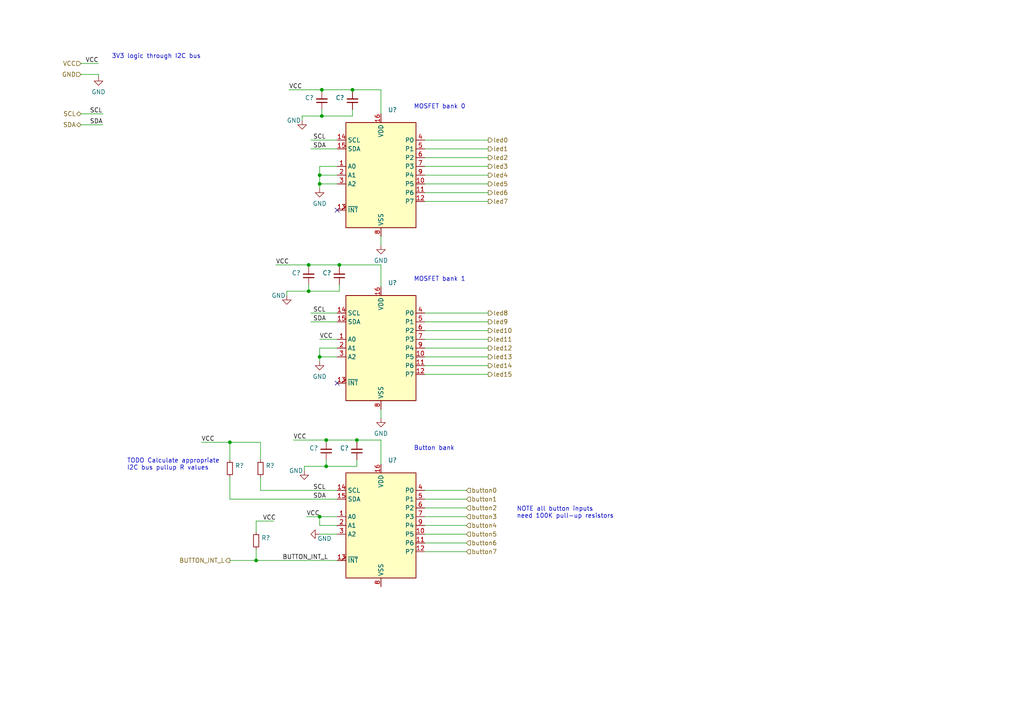
<source format=kicad_sch>
(kicad_sch (version 20211123) (generator eeschema)

  (uuid bf7e0133-7690-4f50-a07c-99b8ac72f43b)

  (paper "A4")

  (lib_symbols
    (symbol "Device:C_Small" (pin_numbers hide) (pin_names (offset 0.254) hide) (in_bom yes) (on_board yes)
      (property "Reference" "C" (id 0) (at 0.254 1.778 0)
        (effects (font (size 1.27 1.27)) (justify left))
      )
      (property "Value" "C_Small" (id 1) (at 0.254 -2.032 0)
        (effects (font (size 1.27 1.27)) (justify left))
      )
      (property "Footprint" "" (id 2) (at 0 0 0)
        (effects (font (size 1.27 1.27)) hide)
      )
      (property "Datasheet" "~" (id 3) (at 0 0 0)
        (effects (font (size 1.27 1.27)) hide)
      )
      (property "ki_keywords" "capacitor cap" (id 4) (at 0 0 0)
        (effects (font (size 1.27 1.27)) hide)
      )
      (property "ki_description" "Unpolarized capacitor, small symbol" (id 5) (at 0 0 0)
        (effects (font (size 1.27 1.27)) hide)
      )
      (property "ki_fp_filters" "C_*" (id 6) (at 0 0 0)
        (effects (font (size 1.27 1.27)) hide)
      )
      (symbol "C_Small_0_1"
        (polyline
          (pts
            (xy -1.524 -0.508)
            (xy 1.524 -0.508)
          )
          (stroke (width 0.3302) (type default) (color 0 0 0 0))
          (fill (type none))
        )
        (polyline
          (pts
            (xy -1.524 0.508)
            (xy 1.524 0.508)
          )
          (stroke (width 0.3048) (type default) (color 0 0 0 0))
          (fill (type none))
        )
      )
      (symbol "C_Small_1_1"
        (pin passive line (at 0 2.54 270) (length 2.032)
          (name "~" (effects (font (size 1.27 1.27))))
          (number "1" (effects (font (size 1.27 1.27))))
        )
        (pin passive line (at 0 -2.54 90) (length 2.032)
          (name "~" (effects (font (size 1.27 1.27))))
          (number "2" (effects (font (size 1.27 1.27))))
        )
      )
    )
    (symbol "Device:R_Small" (pin_numbers hide) (pin_names (offset 0.254) hide) (in_bom yes) (on_board yes)
      (property "Reference" "R" (id 0) (at 0.762 0.508 0)
        (effects (font (size 1.27 1.27)) (justify left))
      )
      (property "Value" "R_Small" (id 1) (at 0.762 -1.016 0)
        (effects (font (size 1.27 1.27)) (justify left))
      )
      (property "Footprint" "" (id 2) (at 0 0 0)
        (effects (font (size 1.27 1.27)) hide)
      )
      (property "Datasheet" "~" (id 3) (at 0 0 0)
        (effects (font (size 1.27 1.27)) hide)
      )
      (property "ki_keywords" "R resistor" (id 4) (at 0 0 0)
        (effects (font (size 1.27 1.27)) hide)
      )
      (property "ki_description" "Resistor, small symbol" (id 5) (at 0 0 0)
        (effects (font (size 1.27 1.27)) hide)
      )
      (property "ki_fp_filters" "R_*" (id 6) (at 0 0 0)
        (effects (font (size 1.27 1.27)) hide)
      )
      (symbol "R_Small_0_1"
        (rectangle (start -0.762 1.778) (end 0.762 -1.778)
          (stroke (width 0.2032) (type default) (color 0 0 0 0))
          (fill (type none))
        )
      )
      (symbol "R_Small_1_1"
        (pin passive line (at 0 2.54 270) (length 0.762)
          (name "~" (effects (font (size 1.27 1.27))))
          (number "1" (effects (font (size 1.27 1.27))))
        )
        (pin passive line (at 0 -2.54 90) (length 0.762)
          (name "~" (effects (font (size 1.27 1.27))))
          (number "2" (effects (font (size 1.27 1.27))))
        )
      )
    )
    (symbol "Interface_Expansion:PCF8574" (in_bom yes) (on_board yes)
      (property "Reference" "U" (id 0) (at -8.89 16.51 0)
        (effects (font (size 1.27 1.27)) (justify left))
      )
      (property "Value" "PCF8574" (id 1) (at 2.54 16.51 0)
        (effects (font (size 1.27 1.27)) (justify left))
      )
      (property "Footprint" "" (id 2) (at 0 0 0)
        (effects (font (size 1.27 1.27)) hide)
      )
      (property "Datasheet" "http://www.nxp.com/documents/data_sheet/PCF8574_PCF8574A.pdf" (id 3) (at 0 0 0)
        (effects (font (size 1.27 1.27)) hide)
      )
      (property "ki_keywords" "I2C Expander" (id 4) (at 0 0 0)
        (effects (font (size 1.27 1.27)) hide)
      )
      (property "ki_description" "8 Bit Port/Expander to I2C Bus, DIP/SOIC-16" (id 5) (at 0 0 0)
        (effects (font (size 1.27 1.27)) hide)
      )
      (property "ki_fp_filters" "DIP*W7.62mm* SOIC*7.5x10.3mm*P1.27mm*" (id 6) (at 0 0 0)
        (effects (font (size 1.27 1.27)) hide)
      )
      (symbol "PCF8574_0_1"
        (rectangle (start -10.16 15.24) (end 10.16 -15.24)
          (stroke (width 0.254) (type default) (color 0 0 0 0))
          (fill (type background))
        )
      )
      (symbol "PCF8574_1_1"
        (pin input line (at -12.7 2.54 0) (length 2.54)
          (name "A0" (effects (font (size 1.27 1.27))))
          (number "1" (effects (font (size 1.27 1.27))))
        )
        (pin bidirectional line (at 12.7 -2.54 180) (length 2.54)
          (name "P5" (effects (font (size 1.27 1.27))))
          (number "10" (effects (font (size 1.27 1.27))))
        )
        (pin bidirectional line (at 12.7 -5.08 180) (length 2.54)
          (name "P6" (effects (font (size 1.27 1.27))))
          (number "11" (effects (font (size 1.27 1.27))))
        )
        (pin bidirectional line (at 12.7 -7.62 180) (length 2.54)
          (name "P7" (effects (font (size 1.27 1.27))))
          (number "12" (effects (font (size 1.27 1.27))))
        )
        (pin open_collector output_low (at -12.7 -10.16 0) (length 2.54)
          (name "~{INT}" (effects (font (size 1.27 1.27))))
          (number "13" (effects (font (size 1.27 1.27))))
        )
        (pin input line (at -12.7 10.16 0) (length 2.54)
          (name "SCL" (effects (font (size 1.27 1.27))))
          (number "14" (effects (font (size 1.27 1.27))))
        )
        (pin bidirectional line (at -12.7 7.62 0) (length 2.54)
          (name "SDA" (effects (font (size 1.27 1.27))))
          (number "15" (effects (font (size 1.27 1.27))))
        )
        (pin power_in line (at 0 17.78 270) (length 2.54)
          (name "VDD" (effects (font (size 1.27 1.27))))
          (number "16" (effects (font (size 1.27 1.27))))
        )
        (pin input line (at -12.7 0 0) (length 2.54)
          (name "A1" (effects (font (size 1.27 1.27))))
          (number "2" (effects (font (size 1.27 1.27))))
        )
        (pin input line (at -12.7 -2.54 0) (length 2.54)
          (name "A2" (effects (font (size 1.27 1.27))))
          (number "3" (effects (font (size 1.27 1.27))))
        )
        (pin bidirectional line (at 12.7 10.16 180) (length 2.54)
          (name "P0" (effects (font (size 1.27 1.27))))
          (number "4" (effects (font (size 1.27 1.27))))
        )
        (pin bidirectional line (at 12.7 7.62 180) (length 2.54)
          (name "P1" (effects (font (size 1.27 1.27))))
          (number "5" (effects (font (size 1.27 1.27))))
        )
        (pin bidirectional line (at 12.7 5.08 180) (length 2.54)
          (name "P2" (effects (font (size 1.27 1.27))))
          (number "6" (effects (font (size 1.27 1.27))))
        )
        (pin bidirectional line (at 12.7 2.54 180) (length 2.54)
          (name "P3" (effects (font (size 1.27 1.27))))
          (number "7" (effects (font (size 1.27 1.27))))
        )
        (pin power_in line (at 0 -17.78 90) (length 2.54)
          (name "VSS" (effects (font (size 1.27 1.27))))
          (number "8" (effects (font (size 1.27 1.27))))
        )
        (pin bidirectional line (at 12.7 0 180) (length 2.54)
          (name "P4" (effects (font (size 1.27 1.27))))
          (number "9" (effects (font (size 1.27 1.27))))
        )
      )
    )
    (symbol "power:GND" (power) (pin_names (offset 0)) (in_bom yes) (on_board yes)
      (property "Reference" "#PWR" (id 0) (at 0 -6.35 0)
        (effects (font (size 1.27 1.27)) hide)
      )
      (property "Value" "GND" (id 1) (at 0 -3.81 0)
        (effects (font (size 1.27 1.27)))
      )
      (property "Footprint" "" (id 2) (at 0 0 0)
        (effects (font (size 1.27 1.27)) hide)
      )
      (property "Datasheet" "" (id 3) (at 0 0 0)
        (effects (font (size 1.27 1.27)) hide)
      )
      (property "ki_keywords" "power-flag" (id 4) (at 0 0 0)
        (effects (font (size 1.27 1.27)) hide)
      )
      (property "ki_description" "Power symbol creates a global label with name \"GND\" , ground" (id 5) (at 0 0 0)
        (effects (font (size 1.27 1.27)) hide)
      )
      (symbol "GND_0_1"
        (polyline
          (pts
            (xy 0 0)
            (xy 0 -1.27)
            (xy 1.27 -1.27)
            (xy 0 -2.54)
            (xy -1.27 -1.27)
            (xy 0 -1.27)
          )
          (stroke (width 0) (type default) (color 0 0 0 0))
          (fill (type none))
        )
      )
      (symbol "GND_1_1"
        (pin power_in line (at 0 0 270) (length 0) hide
          (name "GND" (effects (font (size 1.27 1.27))))
          (number "1" (effects (font (size 1.27 1.27))))
        )
      )
    )
  )

  (junction (at 93.345 33.655) (diameter 0) (color 0 0 0 0)
    (uuid 03e47889-1a41-4933-9a45-09088a98a78a)
  )
  (junction (at 103.505 127.635) (diameter 0) (color 0 0 0 0)
    (uuid 1b546be3-4f37-48c6-9498-8037a5146ebe)
  )
  (junction (at 92.71 53.34) (diameter 0) (color 0 0 0 0)
    (uuid 23a19cb7-de20-4616-baaa-9e33b99071df)
  )
  (junction (at 94.615 127.635) (diameter 0) (color 0 0 0 0)
    (uuid 28a2b624-5f38-4c57-9c77-88683048412b)
  )
  (junction (at 102.235 26.035) (diameter 0) (color 0 0 0 0)
    (uuid 2d852ce6-c8cc-4b8e-9eaa-56cdfb2002c6)
  )
  (junction (at 66.675 128.27) (diameter 0) (color 0 0 0 0)
    (uuid 2dbc30b6-76f1-4290-95fa-eacb835ce017)
  )
  (junction (at 92.71 50.8) (diameter 0) (color 0 0 0 0)
    (uuid 364633ca-0044-4c03-b508-4d1760bf0c64)
  )
  (junction (at 98.425 76.835) (diameter 0) (color 0 0 0 0)
    (uuid 76dce7f8-4edc-4826-8ae7-e98d12f7c117)
  )
  (junction (at 93.345 26.035) (diameter 0) (color 0 0 0 0)
    (uuid b2406781-328c-4429-8485-353ef476a1b3)
  )
  (junction (at 92.71 149.86) (diameter 0) (color 0 0 0 0)
    (uuid cd2aa0a6-3f81-4f2a-94ee-fb6013fa9a69)
  )
  (junction (at 74.295 162.56) (diameter 0) (color 0 0 0 0)
    (uuid eaae07ec-4860-4d24-8693-ca8b268fd3cf)
  )
  (junction (at 89.535 76.835) (diameter 0) (color 0 0 0 0)
    (uuid ef2df514-28cd-4e91-bc9a-b3af3af7a683)
  )
  (junction (at 94.615 135.255) (diameter 0) (color 0 0 0 0)
    (uuid f9f01329-5232-4aab-84ab-394dbb738fe6)
  )
  (junction (at 89.535 84.455) (diameter 0) (color 0 0 0 0)
    (uuid fa4a84c8-bad3-4f35-ade0-e2bd595b59b2)
  )
  (junction (at 92.71 103.505) (diameter 0) (color 0 0 0 0)
    (uuid fdc562cc-19e4-4812-b685-51f4ce813075)
  )

  (no_connect (at 97.79 111.125) (uuid c4977091-be42-4b2b-8684-2c815039992a))
  (no_connect (at 97.79 60.96) (uuid c4977091-be42-4b2b-8684-2c815039992a))

  (wire (pts (xy 103.505 133.35) (xy 103.505 135.255))
    (stroke (width 0) (type default) (color 0 0 0 0))
    (uuid 085e7517-73e5-4589-b4b5-f392d0da6320)
  )
  (wire (pts (xy 98.425 76.835) (xy 110.49 76.835))
    (stroke (width 0) (type default) (color 0 0 0 0))
    (uuid 0d57ce49-3566-474a-ace0-b461dcb17393)
  )
  (wire (pts (xy 123.19 53.34) (xy 141.605 53.34))
    (stroke (width 0) (type default) (color 0 0 0 0))
    (uuid 0ec4b0bb-d365-455b-a1bf-a5b00985f335)
  )
  (wire (pts (xy 93.345 33.655) (xy 102.235 33.655))
    (stroke (width 0) (type default) (color 0 0 0 0))
    (uuid 0f5ec45d-9aa8-461d-bcdc-63856d797f4e)
  )
  (wire (pts (xy 74.295 159.385) (xy 74.295 162.56))
    (stroke (width 0) (type default) (color 0 0 0 0))
    (uuid 121252b1-aa29-464b-90df-7b8d9ece418c)
  )
  (wire (pts (xy 87.63 33.655) (xy 93.345 33.655))
    (stroke (width 0) (type default) (color 0 0 0 0))
    (uuid 133e1b96-d6ae-49af-9d77-ab1cd2f08ccd)
  )
  (wire (pts (xy 97.79 100.965) (xy 92.71 100.965))
    (stroke (width 0) (type default) (color 0 0 0 0))
    (uuid 18016300-2394-4819-aa2b-c7e5154999c8)
  )
  (wire (pts (xy 75.565 142.24) (xy 75.565 138.43))
    (stroke (width 0) (type default) (color 0 0 0 0))
    (uuid 1c77e4ca-a605-42e0-8174-697b4ff7329b)
  )
  (wire (pts (xy 97.79 48.26) (xy 92.71 48.26))
    (stroke (width 0) (type default) (color 0 0 0 0))
    (uuid 1d48a335-1760-40e8-acc8-12ea739b6112)
  )
  (wire (pts (xy 92.71 100.965) (xy 92.71 103.505))
    (stroke (width 0) (type default) (color 0 0 0 0))
    (uuid 1ed744a0-97f1-4c55-8879-2fe5d45dd5c5)
  )
  (wire (pts (xy 92.71 54.61) (xy 92.71 53.34))
    (stroke (width 0) (type default) (color 0 0 0 0))
    (uuid 237f9ea8-bde2-484b-bdb2-5eb01024507d)
  )
  (wire (pts (xy 123.19 142.24) (xy 135.255 142.24))
    (stroke (width 0) (type default) (color 0 0 0 0))
    (uuid 24f0150b-965d-4486-9b5a-4dc387f7bfe2)
  )
  (wire (pts (xy 123.19 160.02) (xy 135.255 160.02))
    (stroke (width 0) (type default) (color 0 0 0 0))
    (uuid 2590062f-cfe1-49a9-b996-8a8f1a0edfe4)
  )
  (wire (pts (xy 141.605 58.42) (xy 123.19 58.42))
    (stroke (width 0) (type default) (color 0 0 0 0))
    (uuid 27d182fe-76b7-4e55-80ca-927054ff9f95)
  )
  (wire (pts (xy 90.17 90.805) (xy 97.79 90.805))
    (stroke (width 0) (type default) (color 0 0 0 0))
    (uuid 2d1f6f50-9d0c-4e32-a715-50ae82f01aca)
  )
  (wire (pts (xy 103.505 127.635) (xy 110.49 127.635))
    (stroke (width 0) (type default) (color 0 0 0 0))
    (uuid 2ef8fabe-40f1-406c-92e7-e116fad7ae66)
  )
  (wire (pts (xy 79.375 151.13) (xy 74.295 151.13))
    (stroke (width 0) (type default) (color 0 0 0 0))
    (uuid 2f8ca4ed-a507-4158-83e0-3de761bf519e)
  )
  (wire (pts (xy 123.19 55.88) (xy 141.605 55.88))
    (stroke (width 0) (type default) (color 0 0 0 0))
    (uuid 346f5e95-2c4b-4e40-b862-518687165a6a)
  )
  (wire (pts (xy 123.19 152.4) (xy 135.255 152.4))
    (stroke (width 0) (type default) (color 0 0 0 0))
    (uuid 3491928f-369f-4dd5-97b9-009dcbc50832)
  )
  (wire (pts (xy 89.535 84.455) (xy 98.425 84.455))
    (stroke (width 0) (type default) (color 0 0 0 0))
    (uuid 35ba9c19-5dcf-4dcb-95b9-543bc5cf09e5)
  )
  (wire (pts (xy 85.09 127.635) (xy 94.615 127.635))
    (stroke (width 0) (type default) (color 0 0 0 0))
    (uuid 35bce336-89c0-4ffe-8d72-8db711c747b4)
  )
  (wire (pts (xy 83.185 84.455) (xy 83.185 85.725))
    (stroke (width 0) (type default) (color 0 0 0 0))
    (uuid 36a1dd60-c81c-434b-b483-a424a63eaf7b)
  )
  (wire (pts (xy 88.265 135.255) (xy 94.615 135.255))
    (stroke (width 0) (type default) (color 0 0 0 0))
    (uuid 3826c4cb-3454-4ed6-b492-4d7d64fc7b47)
  )
  (wire (pts (xy 92.71 104.775) (xy 92.71 103.505))
    (stroke (width 0) (type default) (color 0 0 0 0))
    (uuid 399eb5a2-eaab-436b-ab67-7f9156c4b5fa)
  )
  (wire (pts (xy 102.235 26.035) (xy 102.235 26.67))
    (stroke (width 0) (type default) (color 0 0 0 0))
    (uuid 3f866a47-3e74-48e3-9c04-e12468bf4fc0)
  )
  (wire (pts (xy 93.345 31.75) (xy 93.345 33.655))
    (stroke (width 0) (type default) (color 0 0 0 0))
    (uuid 424afd1f-ac99-48fe-b383-70b31c638da9)
  )
  (wire (pts (xy 66.675 128.27) (xy 66.675 133.35))
    (stroke (width 0) (type default) (color 0 0 0 0))
    (uuid 4283db7f-ccc1-4327-8904-4cff86cb34b8)
  )
  (wire (pts (xy 103.505 127.635) (xy 103.505 128.27))
    (stroke (width 0) (type default) (color 0 0 0 0))
    (uuid 45de8ac9-43e5-4734-a7e6-ba6ce62bc087)
  )
  (wire (pts (xy 23.495 33.02) (xy 29.845 33.02))
    (stroke (width 0) (type default) (color 0 0 0 0))
    (uuid 4676b21e-0948-4d77-bb81-6a80f67aeb1f)
  )
  (wire (pts (xy 23.495 18.415) (xy 28.575 18.415))
    (stroke (width 0) (type default) (color 0 0 0 0))
    (uuid 46d34e14-0789-4a97-950d-cbd2aaa54661)
  )
  (wire (pts (xy 66.675 128.27) (xy 75.565 128.27))
    (stroke (width 0) (type default) (color 0 0 0 0))
    (uuid 4932d284-d61c-443a-91d1-6ce7a9a95ac7)
  )
  (wire (pts (xy 97.79 152.4) (xy 92.71 152.4))
    (stroke (width 0) (type default) (color 0 0 0 0))
    (uuid 4c231b15-5928-4251-a645-61eb4bf7d86b)
  )
  (wire (pts (xy 92.71 103.505) (xy 97.79 103.505))
    (stroke (width 0) (type default) (color 0 0 0 0))
    (uuid 4cfc9488-5bff-47a5-ab7c-a900eeb567c1)
  )
  (wire (pts (xy 123.19 157.48) (xy 135.255 157.48))
    (stroke (width 0) (type default) (color 0 0 0 0))
    (uuid 508f27c9-c621-4e9e-b242-f1f4eebb2d68)
  )
  (wire (pts (xy 80.01 76.835) (xy 89.535 76.835))
    (stroke (width 0) (type default) (color 0 0 0 0))
    (uuid 546e45d9-a236-475f-8148-6c7548b1fccb)
  )
  (wire (pts (xy 87.63 33.655) (xy 87.63 34.925))
    (stroke (width 0) (type default) (color 0 0 0 0))
    (uuid 59d22455-50da-46ef-a61c-6fefdcb5e349)
  )
  (wire (pts (xy 110.49 127.635) (xy 110.49 134.62))
    (stroke (width 0) (type default) (color 0 0 0 0))
    (uuid 59d26190-41f1-4ede-8ad3-bbdc72f6c243)
  )
  (wire (pts (xy 58.42 128.27) (xy 66.675 128.27))
    (stroke (width 0) (type default) (color 0 0 0 0))
    (uuid 5e2eb430-d735-40c8-a6d6-00f178f5d886)
  )
  (wire (pts (xy 75.565 142.24) (xy 97.79 142.24))
    (stroke (width 0) (type default) (color 0 0 0 0))
    (uuid 5f3b615a-1a10-4cb8-9129-9e2d09bacb20)
  )
  (wire (pts (xy 123.19 144.78) (xy 135.255 144.78))
    (stroke (width 0) (type default) (color 0 0 0 0))
    (uuid 6093e308-4553-41bb-ae55-8e8aab4080cf)
  )
  (wire (pts (xy 92.71 53.34) (xy 97.79 53.34))
    (stroke (width 0) (type default) (color 0 0 0 0))
    (uuid 65a24ef4-6a91-4ca8-865a-c38b141b91c3)
  )
  (wire (pts (xy 66.675 162.56) (xy 74.295 162.56))
    (stroke (width 0) (type default) (color 0 0 0 0))
    (uuid 65d53fbf-9793-478b-b471-9daa7c5c9688)
  )
  (wire (pts (xy 123.19 48.26) (xy 141.605 48.26))
    (stroke (width 0) (type default) (color 0 0 0 0))
    (uuid 6689c72d-6210-4d74-aa57-b1fa57eb15d4)
  )
  (wire (pts (xy 90.17 43.18) (xy 97.79 43.18))
    (stroke (width 0) (type default) (color 0 0 0 0))
    (uuid 67c4af7f-6b56-4334-838e-05c2d7c797a2)
  )
  (wire (pts (xy 93.345 26.035) (xy 102.235 26.035))
    (stroke (width 0) (type default) (color 0 0 0 0))
    (uuid 6e358277-1f7f-4dcc-b165-2dfcbfaaa6d0)
  )
  (wire (pts (xy 23.495 21.59) (xy 28.575 21.59))
    (stroke (width 0) (type default) (color 0 0 0 0))
    (uuid 6ffed8f7-8849-4e06-85c6-c2ac7e9c5d51)
  )
  (wire (pts (xy 123.19 106.045) (xy 141.605 106.045))
    (stroke (width 0) (type default) (color 0 0 0 0))
    (uuid 72552fc2-392e-4373-ba58-da82bccf5148)
  )
  (wire (pts (xy 94.615 133.35) (xy 94.615 135.255))
    (stroke (width 0) (type default) (color 0 0 0 0))
    (uuid 727f8e06-271b-4f25-93d8-b60201825642)
  )
  (wire (pts (xy 98.425 76.835) (xy 98.425 77.47))
    (stroke (width 0) (type default) (color 0 0 0 0))
    (uuid 79442df7-e544-47f3-b999-3ffef5b4bea6)
  )
  (wire (pts (xy 123.19 147.32) (xy 135.255 147.32))
    (stroke (width 0) (type default) (color 0 0 0 0))
    (uuid 7f45da96-fcad-4e8d-8a7d-055067b39ccc)
  )
  (wire (pts (xy 123.19 98.425) (xy 141.605 98.425))
    (stroke (width 0) (type default) (color 0 0 0 0))
    (uuid 8158aa9c-5f00-431d-8213-024fceb2bf1c)
  )
  (wire (pts (xy 141.605 108.585) (xy 123.19 108.585))
    (stroke (width 0) (type default) (color 0 0 0 0))
    (uuid 84328163-c557-44c7-bac3-9059f3a2741d)
  )
  (wire (pts (xy 89.535 76.835) (xy 98.425 76.835))
    (stroke (width 0) (type default) (color 0 0 0 0))
    (uuid 8d0ca6ba-41b8-4ed2-8320-05ecb77a80b3)
  )
  (wire (pts (xy 123.19 40.64) (xy 141.605 40.64))
    (stroke (width 0) (type default) (color 0 0 0 0))
    (uuid 8e04f980-3336-45d2-a4a1-0e56adf0a51d)
  )
  (wire (pts (xy 90.17 40.64) (xy 97.79 40.64))
    (stroke (width 0) (type default) (color 0 0 0 0))
    (uuid 8fdd6fdc-106c-4ce4-ab33-6029228dde79)
  )
  (wire (pts (xy 88.265 135.255) (xy 88.265 136.525))
    (stroke (width 0) (type default) (color 0 0 0 0))
    (uuid 904bdc0e-1027-4239-b1e6-3b01fb59ed1a)
  )
  (wire (pts (xy 92.71 149.86) (xy 97.79 149.86))
    (stroke (width 0) (type default) (color 0 0 0 0))
    (uuid 90abf458-44c8-4126-b005-dfb3faa35651)
  )
  (wire (pts (xy 94.615 135.255) (xy 103.505 135.255))
    (stroke (width 0) (type default) (color 0 0 0 0))
    (uuid 90dfc538-ed5c-47c1-8f6d-332d62140120)
  )
  (wire (pts (xy 66.675 144.78) (xy 97.79 144.78))
    (stroke (width 0) (type default) (color 0 0 0 0))
    (uuid 93c3f244-4001-4739-8f7b-2fe3560f4802)
  )
  (wire (pts (xy 123.19 93.345) (xy 141.605 93.345))
    (stroke (width 0) (type default) (color 0 0 0 0))
    (uuid 94937b27-a161-4c0b-8ed6-4f10524ff081)
  )
  (wire (pts (xy 74.295 162.56) (xy 97.79 162.56))
    (stroke (width 0) (type default) (color 0 0 0 0))
    (uuid 94cac9e8-39ed-4f75-86b9-fbce16c2a5c2)
  )
  (wire (pts (xy 83.82 26.035) (xy 93.345 26.035))
    (stroke (width 0) (type default) (color 0 0 0 0))
    (uuid 979b55a8-ab21-4e6f-80b6-b911e35f567e)
  )
  (wire (pts (xy 110.49 76.835) (xy 110.49 83.185))
    (stroke (width 0) (type default) (color 0 0 0 0))
    (uuid 9965095c-77af-441c-8208-ed84e346180c)
  )
  (wire (pts (xy 102.235 26.035) (xy 110.49 26.035))
    (stroke (width 0) (type default) (color 0 0 0 0))
    (uuid 9ab8e7a0-b184-4d76-bb45-4679e2998c1e)
  )
  (wire (pts (xy 89.535 76.835) (xy 89.535 77.47))
    (stroke (width 0) (type default) (color 0 0 0 0))
    (uuid 9eef8836-42fe-413c-a780-d65e8b17e6c9)
  )
  (wire (pts (xy 75.565 128.27) (xy 75.565 133.35))
    (stroke (width 0) (type default) (color 0 0 0 0))
    (uuid a2423d51-6d0b-4ac9-9676-8364fa32f336)
  )
  (wire (pts (xy 89.535 82.55) (xy 89.535 84.455))
    (stroke (width 0) (type default) (color 0 0 0 0))
    (uuid ad25f83e-3294-408b-84af-420c87223380)
  )
  (wire (pts (xy 94.615 127.635) (xy 94.615 128.27))
    (stroke (width 0) (type default) (color 0 0 0 0))
    (uuid b515d5a8-f1ae-43bc-8963-cfcc93eb7fe8)
  )
  (wire (pts (xy 92.71 50.8) (xy 92.71 53.34))
    (stroke (width 0) (type default) (color 0 0 0 0))
    (uuid b9ec1374-08e2-4682-b435-4627dfd568d7)
  )
  (wire (pts (xy 123.19 43.18) (xy 141.605 43.18))
    (stroke (width 0) (type default) (color 0 0 0 0))
    (uuid bac860a7-86b4-458f-a87c-371328393c3d)
  )
  (wire (pts (xy 123.19 149.86) (xy 135.255 149.86))
    (stroke (width 0) (type default) (color 0 0 0 0))
    (uuid bc4890c4-40d8-4484-bf78-95c938ad061f)
  )
  (wire (pts (xy 102.235 31.75) (xy 102.235 33.655))
    (stroke (width 0) (type default) (color 0 0 0 0))
    (uuid bca66f8e-2022-4b17-a632-9cbaa9582724)
  )
  (wire (pts (xy 123.19 100.965) (xy 141.605 100.965))
    (stroke (width 0) (type default) (color 0 0 0 0))
    (uuid bfbb9c79-7870-40ba-8c17-0940b888685a)
  )
  (wire (pts (xy 28.575 21.59) (xy 28.575 22.225))
    (stroke (width 0) (type default) (color 0 0 0 0))
    (uuid c165f76c-2cd7-4814-9c24-7be399cdb2ed)
  )
  (wire (pts (xy 98.425 82.55) (xy 98.425 84.455))
    (stroke (width 0) (type default) (color 0 0 0 0))
    (uuid c7721862-b56e-491f-9580-28677b011dcd)
  )
  (wire (pts (xy 66.675 144.78) (xy 66.675 138.43))
    (stroke (width 0) (type default) (color 0 0 0 0))
    (uuid c78e4cbc-087f-4876-9bbe-2a8c0acc6ce7)
  )
  (wire (pts (xy 92.71 48.26) (xy 92.71 50.8))
    (stroke (width 0) (type default) (color 0 0 0 0))
    (uuid c906ee4b-9aba-4f0f-be6c-e22c0062ee60)
  )
  (wire (pts (xy 90.17 93.345) (xy 97.79 93.345))
    (stroke (width 0) (type default) (color 0 0 0 0))
    (uuid ca6f7a87-87c4-4d42-8490-fa19df869e17)
  )
  (wire (pts (xy 88.9 149.86) (xy 92.71 149.86))
    (stroke (width 0) (type default) (color 0 0 0 0))
    (uuid cacd1f31-4ae2-42b4-bc19-9c2b1b9c56f4)
  )
  (wire (pts (xy 110.49 26.035) (xy 110.49 33.02))
    (stroke (width 0) (type default) (color 0 0 0 0))
    (uuid cdc8fe9d-65f8-4618-acda-ead1a09737a1)
  )
  (wire (pts (xy 94.615 127.635) (xy 103.505 127.635))
    (stroke (width 0) (type default) (color 0 0 0 0))
    (uuid cffa9a36-1d04-48c7-98ca-ba65c440a6c8)
  )
  (wire (pts (xy 123.19 45.72) (xy 141.605 45.72))
    (stroke (width 0) (type default) (color 0 0 0 0))
    (uuid d1a5b100-3a01-4a5b-afbf-31e56f4fa438)
  )
  (wire (pts (xy 110.49 118.745) (xy 110.49 121.285))
    (stroke (width 0) (type default) (color 0 0 0 0))
    (uuid d75590ca-ccac-4d90-b854-16429a0fb69f)
  )
  (wire (pts (xy 123.19 95.885) (xy 141.605 95.885))
    (stroke (width 0) (type default) (color 0 0 0 0))
    (uuid dce1641b-359f-45a3-859a-969772834f5f)
  )
  (wire (pts (xy 23.495 36.195) (xy 29.845 36.195))
    (stroke (width 0) (type default) (color 0 0 0 0))
    (uuid dfbcd849-a53d-4f15-b4ba-a3c8328abff9)
  )
  (wire (pts (xy 110.49 68.58) (xy 110.49 71.12))
    (stroke (width 0) (type default) (color 0 0 0 0))
    (uuid e081d0cc-712b-4e8f-b2ca-6fa44f6b724b)
  )
  (wire (pts (xy 74.295 151.13) (xy 74.295 154.305))
    (stroke (width 0) (type default) (color 0 0 0 0))
    (uuid e09f8485-8119-4b55-a2f9-f98b5bf64277)
  )
  (wire (pts (xy 123.19 50.8) (xy 141.605 50.8))
    (stroke (width 0) (type default) (color 0 0 0 0))
    (uuid e626ea68-ae10-4eb9-b1c7-6a8816ddd2a2)
  )
  (wire (pts (xy 123.19 154.94) (xy 135.255 154.94))
    (stroke (width 0) (type default) (color 0 0 0 0))
    (uuid e9465262-20d2-4d10-9223-123a44df6ba5)
  )
  (wire (pts (xy 83.185 84.455) (xy 89.535 84.455))
    (stroke (width 0) (type default) (color 0 0 0 0))
    (uuid ecb21623-3438-4012-b97b-e8b64376c2c9)
  )
  (wire (pts (xy 97.79 50.8) (xy 92.71 50.8))
    (stroke (width 0) (type default) (color 0 0 0 0))
    (uuid ecc9070e-f9f1-4d0e-b869-907bc2b3009b)
  )
  (wire (pts (xy 92.71 154.94) (xy 97.79 154.94))
    (stroke (width 0) (type default) (color 0 0 0 0))
    (uuid ed532dd2-afef-4246-bfcc-dede8d020be1)
  )
  (wire (pts (xy 123.19 103.505) (xy 141.605 103.505))
    (stroke (width 0) (type default) (color 0 0 0 0))
    (uuid efb4e5df-6f48-4eec-9e1f-89ce717542b0)
  )
  (wire (pts (xy 123.19 90.805) (xy 141.605 90.805))
    (stroke (width 0) (type default) (color 0 0 0 0))
    (uuid f74045cc-14fb-41de-b8c4-503815fc839f)
  )
  (wire (pts (xy 92.71 149.86) (xy 92.71 152.4))
    (stroke (width 0) (type default) (color 0 0 0 0))
    (uuid f91045cb-2dbc-4e77-aaa4-b17ef9f3de9d)
  )
  (wire (pts (xy 93.345 26.035) (xy 93.345 26.67))
    (stroke (width 0) (type default) (color 0 0 0 0))
    (uuid fd7d7bfe-2591-4b73-a920-6e8a3c8af930)
  )
  (wire (pts (xy 92.71 98.425) (xy 97.79 98.425))
    (stroke (width 0) (type default) (color 0 0 0 0))
    (uuid fdcaea8c-b695-4fc3-8c02-2f7ad64c3fcd)
  )

  (text "TODO Calculate appropriate\nI2C bus pullup R values"
    (at 36.83 136.525 0)
    (effects (font (size 1.27 1.27)) (justify left bottom))
    (uuid 1865228d-c433-40c0-95c7-f9781931dea4)
  )
  (text "MOSFET bank 1\n\n" (at 120.015 83.82 0)
    (effects (font (size 1.27 1.27)) (justify left bottom))
    (uuid 1d88d69a-6fa4-40b0-a87d-a535dc6bae24)
  )
  (text "MOSFET bank 0\n" (at 120.015 31.75 0)
    (effects (font (size 1.27 1.27)) (justify left bottom))
    (uuid 3edc3db2-f394-4f34-802e-52948103df87)
  )
  (text "Button bank" (at 120.015 130.81 0)
    (effects (font (size 1.27 1.27)) (justify left bottom))
    (uuid 6600e365-dd16-4956-b9ae-a3c644eab33e)
  )
  (text "3V3 logic through I2C bus" (at 32.385 17.145 0)
    (effects (font (size 1.27 1.27)) (justify left bottom))
    (uuid 71ea8f5b-206e-4c4f-b295-8681574bc235)
  )
  (text "NOTE all button inputs\nneed 100K pull-up resistors"
    (at 149.86 150.495 0)
    (effects (font (size 1.27 1.27)) (justify left bottom))
    (uuid 89709bf8-7895-453c-868b-426a8bc8cc7c)
  )

  (label "SCL" (at 90.805 40.64 0)
    (effects (font (size 1.27 1.27)) (justify left bottom))
    (uuid 04506ede-ba41-40f3-854e-3facacb17fc0)
  )
  (label "SDA" (at 26.035 36.195 0)
    (effects (font (size 1.27 1.27)) (justify left bottom))
    (uuid 05074dc7-54f8-4980-9951-14ff5e2b5f38)
  )
  (label "SDA" (at 90.805 144.78 0)
    (effects (font (size 1.27 1.27)) (justify left bottom))
    (uuid 098dda75-150a-4d6e-b2e1-3cd6c507c8a8)
  )
  (label "VCC" (at 80.01 76.835 0)
    (effects (font (size 1.27 1.27)) (justify left bottom))
    (uuid 0c60f449-140d-4cf6-8a03-6a88ce10cb07)
  )
  (label "SCL" (at 90.805 90.805 0)
    (effects (font (size 1.27 1.27)) (justify left bottom))
    (uuid 10d8db66-ffb8-436c-b6fb-12c32d7282f2)
  )
  (label "SDA" (at 90.805 93.345 0)
    (effects (font (size 1.27 1.27)) (justify left bottom))
    (uuid 1bff3c97-4980-4d43-9c84-f30e24f8a0b0)
  )
  (label "SCL" (at 90.805 142.24 0)
    (effects (font (size 1.27 1.27)) (justify left bottom))
    (uuid 2dd82908-c239-44f5-a482-99dfd276d640)
  )
  (label "SCL" (at 26.035 33.02 0)
    (effects (font (size 1.27 1.27)) (justify left bottom))
    (uuid 3a0cd434-ef24-4a9c-a558-5a996c9912e9)
  )
  (label "VCC" (at 83.82 26.035 0)
    (effects (font (size 1.27 1.27)) (justify left bottom))
    (uuid 6960e880-9d49-4356-b33e-f5b725ff759f)
  )
  (label "BUTTON_INT_L" (at 81.915 162.56 0)
    (effects (font (size 1.27 1.27)) (justify left bottom))
    (uuid 831024af-45bf-494d-b4aa-ec45295c3079)
  )
  (label "VCC" (at 92.71 98.425 0)
    (effects (font (size 1.27 1.27)) (justify left bottom))
    (uuid 8a08abd1-7378-45cd-afae-c52548dc6f31)
  )
  (label "VCC" (at 88.9 149.86 0)
    (effects (font (size 1.27 1.27)) (justify left bottom))
    (uuid a9bfd8d1-0c85-475f-9661-525e77c7e68a)
  )
  (label "VCC" (at 76.2 151.13 0)
    (effects (font (size 1.27 1.27)) (justify left bottom))
    (uuid c7c5fe88-efd1-4e1f-8f85-61974daf38dc)
  )
  (label "VCC" (at 58.42 128.27 0)
    (effects (font (size 1.27 1.27)) (justify left bottom))
    (uuid cabf1dd4-9eeb-45ff-8336-f83a8a09e71a)
  )
  (label "SDA" (at 90.805 43.18 0)
    (effects (font (size 1.27 1.27)) (justify left bottom))
    (uuid e38438ec-d44a-47cc-824a-14bdbd6cebf3)
  )
  (label "VCC" (at 24.765 18.415 0)
    (effects (font (size 1.27 1.27)) (justify left bottom))
    (uuid e4727b05-60cb-49a3-b886-6b9a89df2274)
  )
  (label "VCC" (at 85.09 127.635 0)
    (effects (font (size 1.27 1.27)) (justify left bottom))
    (uuid f11e5819-7097-4e44-b07e-e21ea70ab57a)
  )

  (hierarchical_label "led1" (shape output) (at 141.605 43.18 0)
    (effects (font (size 1.27 1.27)) (justify left))
    (uuid 083923ab-7b97-4fd1-a7a9-4c336f0c6ec7)
  )
  (hierarchical_label "VCC" (shape input) (at 23.495 18.415 180)
    (effects (font (size 1.27 1.27)) (justify right))
    (uuid 11ce5dc5-d97a-4ef9-9550-64f7bfd8a3ae)
  )
  (hierarchical_label "led9" (shape output) (at 141.605 93.345 0)
    (effects (font (size 1.27 1.27)) (justify left))
    (uuid 12abfc9b-9eab-4148-903e-8920442dc8f8)
  )
  (hierarchical_label "led11" (shape output) (at 141.605 98.425 0)
    (effects (font (size 1.27 1.27)) (justify left))
    (uuid 19a1952e-a398-4d9f-9f8f-53e4e1cba014)
  )
  (hierarchical_label "led6" (shape output) (at 141.605 55.88 0)
    (effects (font (size 1.27 1.27)) (justify left))
    (uuid 23d04c3e-9393-4809-b734-869b7fc0ff97)
  )
  (hierarchical_label "button2" (shape input) (at 135.255 147.32 0)
    (effects (font (size 1.27 1.27)) (justify left))
    (uuid 270398a3-00de-4786-bb35-40eefd377278)
  )
  (hierarchical_label "button0" (shape input) (at 135.255 142.24 0)
    (effects (font (size 1.27 1.27)) (justify left))
    (uuid 275e2e03-0a9c-47b8-b2b4-b30a79634209)
  )
  (hierarchical_label "led4" (shape output) (at 141.605 50.8 0)
    (effects (font (size 1.27 1.27)) (justify left))
    (uuid 2993c269-693c-405b-9704-ed8bebb1db4e)
  )
  (hierarchical_label "SDA" (shape bidirectional) (at 23.495 36.195 180)
    (effects (font (size 1.27 1.27)) (justify right))
    (uuid 29e18c05-aebc-43ce-a3e3-a02b951adc4b)
  )
  (hierarchical_label "SCL" (shape bidirectional) (at 23.495 33.02 180)
    (effects (font (size 1.27 1.27)) (justify right))
    (uuid 2f917c96-ce82-445d-b2d7-546c66b1ae3a)
  )
  (hierarchical_label "GND" (shape input) (at 23.495 21.59 180)
    (effects (font (size 1.27 1.27)) (justify right))
    (uuid 32862fe0-fe69-470c-879a-5cf2de15f23d)
  )
  (hierarchical_label "led12" (shape output) (at 141.605 100.965 0)
    (effects (font (size 1.27 1.27)) (justify left))
    (uuid 40d603e9-c638-424f-9f2e-55a3cb775649)
  )
  (hierarchical_label "led15" (shape output) (at 141.605 108.585 0)
    (effects (font (size 1.27 1.27)) (justify left))
    (uuid 500babb7-4e42-403e-8697-d3409bdd14f3)
  )
  (hierarchical_label "button6" (shape input) (at 135.255 157.48 0)
    (effects (font (size 1.27 1.27)) (justify left))
    (uuid 55e250c0-6bd2-469a-b80c-760b78004382)
  )
  (hierarchical_label "button4" (shape input) (at 135.255 152.4 0)
    (effects (font (size 1.27 1.27)) (justify left))
    (uuid 64a2acdc-484b-473c-9097-17cc7e1ad153)
  )
  (hierarchical_label "led14" (shape output) (at 141.605 106.045 0)
    (effects (font (size 1.27 1.27)) (justify left))
    (uuid 6cf23f4d-f5ef-4df7-a8d5-1d2f8f7e689d)
  )
  (hierarchical_label "led8" (shape output) (at 141.605 90.805 0)
    (effects (font (size 1.27 1.27)) (justify left))
    (uuid 72b13dc0-f1d2-4795-84b1-a68b26a390db)
  )
  (hierarchical_label "led13" (shape output) (at 141.605 103.505 0)
    (effects (font (size 1.27 1.27)) (justify left))
    (uuid 995e831d-447e-4c7c-b70b-4fc4b235113d)
  )
  (hierarchical_label "button3" (shape input) (at 135.255 149.86 0)
    (effects (font (size 1.27 1.27)) (justify left))
    (uuid a9d61365-6c18-4d0a-a8de-296412690033)
  )
  (hierarchical_label "BUTTON_INT_L" (shape output) (at 66.675 162.56 180)
    (effects (font (size 1.27 1.27)) (justify right))
    (uuid b6cee490-e2fb-4653-a119-1469c5201d37)
  )
  (hierarchical_label "led2" (shape output) (at 141.605 45.72 0)
    (effects (font (size 1.27 1.27)) (justify left))
    (uuid c1cd9d38-63d2-4933-b919-f2343dd0e1ef)
  )
  (hierarchical_label "led5" (shape output) (at 141.605 53.34 0)
    (effects (font (size 1.27 1.27)) (justify left))
    (uuid c6052563-7f25-43c5-85ac-24f6367fc64a)
  )
  (hierarchical_label "button1" (shape input) (at 135.255 144.78 0)
    (effects (font (size 1.27 1.27)) (justify left))
    (uuid db9e1bd8-c36a-404a-bcfc-f9b5bfc3fd22)
  )
  (hierarchical_label "button5" (shape input) (at 135.255 154.94 0)
    (effects (font (size 1.27 1.27)) (justify left))
    (uuid e23dd7ac-fb96-44eb-8555-9719e313d2bb)
  )
  (hierarchical_label "led0" (shape output) (at 141.605 40.64 0)
    (effects (font (size 1.27 1.27)) (justify left))
    (uuid e772bbec-c0f0-4a89-ad29-cf9b1053db77)
  )
  (hierarchical_label "led10" (shape output) (at 141.605 95.885 0)
    (effects (font (size 1.27 1.27)) (justify left))
    (uuid e8364151-8307-4a5a-bbd8-eec8d0786a4d)
  )
  (hierarchical_label "button7" (shape input) (at 135.255 160.02 0)
    (effects (font (size 1.27 1.27)) (justify left))
    (uuid f08e5be1-b42a-4cfc-bc20-f5cb7453661f)
  )
  (hierarchical_label "led7" (shape output) (at 141.605 58.42 0)
    (effects (font (size 1.27 1.27)) (justify left))
    (uuid f25b3378-8324-4c73-bd4a-458b49a8881e)
  )
  (hierarchical_label "led3" (shape output) (at 141.605 48.26 0)
    (effects (font (size 1.27 1.27)) (justify left))
    (uuid f2b8a869-4b2f-40d6-aed1-c3a791a0102b)
  )

  (symbol (lib_id "power:GND") (at 92.71 104.775 0) (unit 1)
    (in_bom yes) (on_board yes) (fields_autoplaced)
    (uuid 01f30189-5e22-4af2-96fe-579851527e25)
    (property "Reference" "#PWR0140" (id 0) (at 92.71 111.125 0)
      (effects (font (size 1.27 1.27)) hide)
    )
    (property "Value" "GND" (id 1) (at 92.71 109.2184 0))
    (property "Footprint" "" (id 2) (at 92.71 104.775 0)
      (effects (font (size 1.27 1.27)) hide)
    )
    (property "Datasheet" "" (id 3) (at 92.71 104.775 0)
      (effects (font (size 1.27 1.27)) hide)
    )
    (pin "1" (uuid 7f8dea62-d628-433b-bba7-9de594933f25))
  )

  (symbol (lib_id "power:GND") (at 110.49 121.285 0) (unit 1)
    (in_bom yes) (on_board yes) (fields_autoplaced)
    (uuid 03fe59cf-99d2-4ee5-821e-b2e32c2e103b)
    (property "Reference" "#PWR0141" (id 0) (at 110.49 127.635 0)
      (effects (font (size 1.27 1.27)) hide)
    )
    (property "Value" "GND" (id 1) (at 110.49 125.7284 0))
    (property "Footprint" "" (id 2) (at 110.49 121.285 0)
      (effects (font (size 1.27 1.27)) hide)
    )
    (property "Datasheet" "" (id 3) (at 110.49 121.285 0)
      (effects (font (size 1.27 1.27)) hide)
    )
    (pin "1" (uuid 30bb911e-5bf9-44b5-a710-94e512e5a4e8))
  )

  (symbol (lib_id "Device:R_Small") (at 75.565 135.89 0) (unit 1)
    (in_bom yes) (on_board yes) (fields_autoplaced)
    (uuid 0dbd35d7-35ca-430c-875b-154040789ba5)
    (property "Reference" "R?" (id 0) (at 77.0636 135.0553 0)
      (effects (font (size 1.27 1.27)) (justify left))
    )
    (property "Value" "" (id 1) (at 77.0636 137.5922 0)
      (effects (font (size 1.27 1.27)) (justify left))
    )
    (property "Footprint" "" (id 2) (at 75.565 135.89 0)
      (effects (font (size 1.27 1.27)) hide)
    )
    (property "Datasheet" "~" (id 3) (at 75.565 135.89 0)
      (effects (font (size 1.27 1.27)) hide)
    )
    (pin "1" (uuid 429ad394-5728-4850-8807-193a9c2ac6bb))
    (pin "2" (uuid c3a231a8-f5aa-4e44-ad7a-c0179cf9e6fc))
  )

  (symbol (lib_id "power:GND") (at 92.71 154.94 270) (unit 1)
    (in_bom yes) (on_board yes)
    (uuid 0f5b6c5b-ff53-471b-b8fc-d61b336f755d)
    (property "Reference" "#PWR0147" (id 0) (at 86.36 154.94 0)
      (effects (font (size 1.27 1.27)) hide)
    )
    (property "Value" "GND" (id 1) (at 92.075 156.21 90)
      (effects (font (size 1.27 1.27)) (justify left))
    )
    (property "Footprint" "" (id 2) (at 92.71 154.94 0)
      (effects (font (size 1.27 1.27)) hide)
    )
    (property "Datasheet" "" (id 3) (at 92.71 154.94 0)
      (effects (font (size 1.27 1.27)) hide)
    )
    (pin "1" (uuid d7be1827-196a-4485-9f1a-3334add79e6f))
  )

  (symbol (lib_id "Device:C_Small") (at 103.505 130.81 0) (mirror x) (unit 1)
    (in_bom yes) (on_board yes) (fields_autoplaced)
    (uuid 0f782d06-13d2-4219-a75f-51a4efdb320d)
    (property "Reference" "C?" (id 0) (at 101.1809 129.9689 0)
      (effects (font (size 1.27 1.27)) (justify right))
    )
    (property "Value" "" (id 1) (at 101.1809 132.5058 0)
      (effects (font (size 1.27 1.27)) (justify right))
    )
    (property "Footprint" "" (id 2) (at 103.505 130.81 0)
      (effects (font (size 1.27 1.27)) hide)
    )
    (property "Datasheet" "~" (id 3) (at 103.505 130.81 0)
      (effects (font (size 1.27 1.27)) hide)
    )
    (pin "1" (uuid 075bfd40-7dd9-4527-892a-3d3d17fdc40e))
    (pin "2" (uuid c1cfc598-47af-415b-87be-22e98fb16805))
  )

  (symbol (lib_id "Device:R_Small") (at 74.295 156.845 0) (unit 1)
    (in_bom yes) (on_board yes) (fields_autoplaced)
    (uuid 16f04be9-7c66-45cf-b4e9-ab899d02574f)
    (property "Reference" "R?" (id 0) (at 75.7936 156.0103 0)
      (effects (font (size 1.27 1.27)) (justify left))
    )
    (property "Value" "" (id 1) (at 75.7936 158.5472 0)
      (effects (font (size 1.27 1.27)) (justify left))
    )
    (property "Footprint" "" (id 2) (at 74.295 156.845 0)
      (effects (font (size 1.27 1.27)) hide)
    )
    (property "Datasheet" "~" (id 3) (at 74.295 156.845 0)
      (effects (font (size 1.27 1.27)) hide)
    )
    (pin "1" (uuid 56fe8e76-1dcc-4b71-9c7d-7efe79cda77e))
    (pin "2" (uuid 828fc5f3-61d9-41fb-ba90-dd280350e727))
  )

  (symbol (lib_id "power:GND") (at 110.49 71.12 0) (unit 1)
    (in_bom yes) (on_board yes) (fields_autoplaced)
    (uuid 2d1c36c0-ddc2-41f5-b8a5-0688f8f1ca48)
    (property "Reference" "#PWR0143" (id 0) (at 110.49 77.47 0)
      (effects (font (size 1.27 1.27)) hide)
    )
    (property "Value" "GND" (id 1) (at 110.49 75.5634 0))
    (property "Footprint" "" (id 2) (at 110.49 71.12 0)
      (effects (font (size 1.27 1.27)) hide)
    )
    (property "Datasheet" "" (id 3) (at 110.49 71.12 0)
      (effects (font (size 1.27 1.27)) hide)
    )
    (pin "1" (uuid 51695a20-a292-4482-925f-eb33053b9d76))
  )

  (symbol (lib_id "Device:C_Small") (at 89.535 80.01 0) (mirror x) (unit 1)
    (in_bom yes) (on_board yes) (fields_autoplaced)
    (uuid 318754b4-d33d-4e35-bfc4-99be116eb2be)
    (property "Reference" "C?" (id 0) (at 87.2109 79.1689 0)
      (effects (font (size 1.27 1.27)) (justify right))
    )
    (property "Value" "" (id 1) (at 87.2109 81.7058 0)
      (effects (font (size 1.27 1.27)) (justify right))
    )
    (property "Footprint" "" (id 2) (at 89.535 80.01 0)
      (effects (font (size 1.27 1.27)) hide)
    )
    (property "Datasheet" "~" (id 3) (at 89.535 80.01 0)
      (effects (font (size 1.27 1.27)) hide)
    )
    (pin "1" (uuid 1476ad66-e9ab-4992-adbf-f7d120217adf))
    (pin "2" (uuid 980a8a9c-870f-4d1d-951e-650ead673d29))
  )

  (symbol (lib_id "power:GND") (at 88.265 136.525 0) (unit 1)
    (in_bom yes) (on_board yes)
    (uuid 3b9599a6-1613-41be-9ab5-4c1d14ffea15)
    (property "Reference" "#PWR0148" (id 0) (at 88.265 142.875 0)
      (effects (font (size 1.27 1.27)) hide)
    )
    (property "Value" "GND" (id 1) (at 83.82 136.525 0)
      (effects (font (size 1.27 1.27)) (justify left))
    )
    (property "Footprint" "" (id 2) (at 88.265 136.525 0)
      (effects (font (size 1.27 1.27)) hide)
    )
    (property "Datasheet" "" (id 3) (at 88.265 136.525 0)
      (effects (font (size 1.27 1.27)) hide)
    )
    (pin "1" (uuid d2f31367-4da4-4833-81bf-90ac946d96a8))
  )

  (symbol (lib_id "Device:C_Small") (at 93.345 29.21 0) (mirror x) (unit 1)
    (in_bom yes) (on_board yes) (fields_autoplaced)
    (uuid 63513f7b-6e0e-4363-923a-ba7302b4031b)
    (property "Reference" "C?" (id 0) (at 91.0209 28.3689 0)
      (effects (font (size 1.27 1.27)) (justify right))
    )
    (property "Value" "" (id 1) (at 91.0209 30.9058 0)
      (effects (font (size 1.27 1.27)) (justify right))
    )
    (property "Footprint" "" (id 2) (at 93.345 29.21 0)
      (effects (font (size 1.27 1.27)) hide)
    )
    (property "Datasheet" "~" (id 3) (at 93.345 29.21 0)
      (effects (font (size 1.27 1.27)) hide)
    )
    (pin "1" (uuid 8dc83e2a-5f62-4a3e-9480-f8f2f3de954b))
    (pin "2" (uuid 3f2ff001-0a22-4edb-8bff-4bf2216931ca))
  )

  (symbol (lib_id "Device:C_Small") (at 98.425 80.01 0) (mirror x) (unit 1)
    (in_bom yes) (on_board yes) (fields_autoplaced)
    (uuid 63d28c92-ae8b-4091-8b11-03eb580bc922)
    (property "Reference" "C?" (id 0) (at 96.1009 79.1689 0)
      (effects (font (size 1.27 1.27)) (justify right))
    )
    (property "Value" "" (id 1) (at 96.1009 81.7058 0)
      (effects (font (size 1.27 1.27)) (justify right))
    )
    (property "Footprint" "" (id 2) (at 98.425 80.01 0)
      (effects (font (size 1.27 1.27)) hide)
    )
    (property "Datasheet" "~" (id 3) (at 98.425 80.01 0)
      (effects (font (size 1.27 1.27)) hide)
    )
    (pin "1" (uuid 67399871-04ab-4aeb-b682-954ef6c59f0f))
    (pin "2" (uuid 0481606c-7e4d-41eb-9b32-6d516cb33c2f))
  )

  (symbol (lib_id "Device:C_Small") (at 102.235 29.21 0) (mirror x) (unit 1)
    (in_bom yes) (on_board yes) (fields_autoplaced)
    (uuid 7cfc384e-8699-4f9e-9627-21dbd1076426)
    (property "Reference" "C?" (id 0) (at 99.9109 28.3689 0)
      (effects (font (size 1.27 1.27)) (justify right))
    )
    (property "Value" "" (id 1) (at 99.9109 30.9058 0)
      (effects (font (size 1.27 1.27)) (justify right))
    )
    (property "Footprint" "" (id 2) (at 102.235 29.21 0)
      (effects (font (size 1.27 1.27)) hide)
    )
    (property "Datasheet" "~" (id 3) (at 102.235 29.21 0)
      (effects (font (size 1.27 1.27)) hide)
    )
    (pin "1" (uuid de119f6f-f559-41cc-a238-e638f9c4cce8))
    (pin "2" (uuid 4a60c94c-1c37-46a9-af83-34cd4c612cae))
  )

  (symbol (lib_id "power:GND") (at 87.63 34.925 0) (unit 1)
    (in_bom yes) (on_board yes)
    (uuid 80cdd807-0a01-43f2-97dd-506c5f7ce606)
    (property "Reference" "#PWR0146" (id 0) (at 87.63 41.275 0)
      (effects (font (size 1.27 1.27)) hide)
    )
    (property "Value" "GND" (id 1) (at 83.185 34.925 0)
      (effects (font (size 1.27 1.27)) (justify left))
    )
    (property "Footprint" "" (id 2) (at 87.63 34.925 0)
      (effects (font (size 1.27 1.27)) hide)
    )
    (property "Datasheet" "" (id 3) (at 87.63 34.925 0)
      (effects (font (size 1.27 1.27)) hide)
    )
    (pin "1" (uuid bb3490d3-47c0-42f2-99bc-c5ffeee18548))
  )

  (symbol (lib_id "Interface_Expansion:PCF8574") (at 110.49 100.965 0) (unit 1)
    (in_bom yes) (on_board yes) (fields_autoplaced)
    (uuid 8690dea6-b4e9-4dfc-abe5-0bd60a9dc276)
    (property "Reference" "U?" (id 0) (at 112.5094 82.0252 0)
      (effects (font (size 1.27 1.27)) (justify left))
    )
    (property "Value" "" (id 1) (at 112.5094 84.5621 0)
      (effects (font (size 1.27 1.27)) (justify left))
    )
    (property "Footprint" "" (id 2) (at 110.49 100.965 0)
      (effects (font (size 1.27 1.27)) hide)
    )
    (property "Datasheet" "http://www.nxp.com/documents/data_sheet/PCF8574_PCF8574A.pdf" (id 3) (at 110.49 100.965 0)
      (effects (font (size 1.27 1.27)) hide)
    )
    (pin "1" (uuid 6ad18708-1ce9-4767-9a78-b3eeeee26651))
    (pin "10" (uuid a25e254d-0858-41c3-b841-120a6dd27d34))
    (pin "11" (uuid c1557709-16d0-490c-a5f2-5b023def993f))
    (pin "12" (uuid 55fa104a-efd9-4688-b70f-c47c03131e4d))
    (pin "13" (uuid 2c277164-3cfa-4dd9-a7c3-38cda288cd33))
    (pin "14" (uuid 1f466f88-b337-4a4b-a405-3791344ab32b))
    (pin "15" (uuid 125b0d4e-c806-4b2d-8a21-96c98e1757f3))
    (pin "16" (uuid a1fc5c8b-f782-46be-adf9-1db4c37a8432))
    (pin "2" (uuid 050fdacb-2ab4-48f3-9c9f-56498569585c))
    (pin "3" (uuid abd6613f-8cd9-47a4-bfc7-cbbd4fd2dba0))
    (pin "4" (uuid d35935b9-d9ad-4f2c-add8-dc4d061993df))
    (pin "5" (uuid 4b617696-8b34-4e93-ac63-8e8c5c5e6792))
    (pin "6" (uuid 82fc6988-6cb9-49d7-a49e-8ed9d3ba5450))
    (pin "7" (uuid 04ff93e2-fbcc-461f-a538-2a262e8f1035))
    (pin "8" (uuid 4039aa15-abda-4217-b959-d32c83f4ad29))
    (pin "9" (uuid 7642db33-92de-400d-b2fb-5ff51c0d46cd))
  )

  (symbol (lib_id "power:GND") (at 28.575 22.225 0) (unit 1)
    (in_bom yes) (on_board yes) (fields_autoplaced)
    (uuid 8b39fd9f-bfa4-4f04-a806-5a324560bc3f)
    (property "Reference" "#PWR0144" (id 0) (at 28.575 28.575 0)
      (effects (font (size 1.27 1.27)) hide)
    )
    (property "Value" "" (id 1) (at 28.575 26.6684 0))
    (property "Footprint" "" (id 2) (at 28.575 22.225 0)
      (effects (font (size 1.27 1.27)) hide)
    )
    (property "Datasheet" "" (id 3) (at 28.575 22.225 0)
      (effects (font (size 1.27 1.27)) hide)
    )
    (pin "1" (uuid d647d7d7-f53e-465e-80d4-215b5c481dc2))
  )

  (symbol (lib_id "Device:R_Small") (at 66.675 135.89 0) (unit 1)
    (in_bom yes) (on_board yes) (fields_autoplaced)
    (uuid 8dfd4a2f-668c-4c3f-a484-d4fde69145c1)
    (property "Reference" "R?" (id 0) (at 68.1736 135.0553 0)
      (effects (font (size 1.27 1.27)) (justify left))
    )
    (property "Value" "" (id 1) (at 68.1736 137.5922 0)
      (effects (font (size 1.27 1.27)) (justify left))
    )
    (property "Footprint" "" (id 2) (at 66.675 135.89 0)
      (effects (font (size 1.27 1.27)) hide)
    )
    (property "Datasheet" "~" (id 3) (at 66.675 135.89 0)
      (effects (font (size 1.27 1.27)) hide)
    )
    (pin "1" (uuid b2b4af42-19d0-46c7-a348-c2f7b16bb309))
    (pin "2" (uuid 1837838d-1d19-4c61-81e6-85bede5d8c29))
  )

  (symbol (lib_id "power:GND") (at 92.71 54.61 0) (unit 1)
    (in_bom yes) (on_board yes) (fields_autoplaced)
    (uuid 928e4da0-4307-4e27-ada6-79b9b1b03143)
    (property "Reference" "#PWR0145" (id 0) (at 92.71 60.96 0)
      (effects (font (size 1.27 1.27)) hide)
    )
    (property "Value" "GND" (id 1) (at 92.71 59.0534 0))
    (property "Footprint" "" (id 2) (at 92.71 54.61 0)
      (effects (font (size 1.27 1.27)) hide)
    )
    (property "Datasheet" "" (id 3) (at 92.71 54.61 0)
      (effects (font (size 1.27 1.27)) hide)
    )
    (pin "1" (uuid e3cc1303-136d-4092-969c-1290325bd12c))
  )

  (symbol (lib_id "Interface_Expansion:PCF8574") (at 110.49 50.8 0) (unit 1)
    (in_bom yes) (on_board yes) (fields_autoplaced)
    (uuid 97045c46-f678-492e-acdd-9fd751a9d17a)
    (property "Reference" "U?" (id 0) (at 112.5094 31.8602 0)
      (effects (font (size 1.27 1.27)) (justify left))
    )
    (property "Value" "" (id 1) (at 112.5094 34.3971 0)
      (effects (font (size 1.27 1.27)) (justify left))
    )
    (property "Footprint" "" (id 2) (at 110.49 50.8 0)
      (effects (font (size 1.27 1.27)) hide)
    )
    (property "Datasheet" "http://www.nxp.com/documents/data_sheet/PCF8574_PCF8574A.pdf" (id 3) (at 110.49 50.8 0)
      (effects (font (size 1.27 1.27)) hide)
    )
    (pin "1" (uuid 096ad340-2a49-4cf6-9248-b97be2f45476))
    (pin "10" (uuid 83ef7930-0a73-406d-9d9b-cd90871d610a))
    (pin "11" (uuid 1201ef72-445f-40af-9283-61e0398ee354))
    (pin "12" (uuid eb4f2c54-5f10-456f-a6c7-4d0f5c30911a))
    (pin "13" (uuid e4f2120f-c148-44f5-be1a-0ff47dcc8217))
    (pin "14" (uuid a40b4140-b6bf-494c-9899-14ba4b56422f))
    (pin "15" (uuid 67e36ab4-f739-49a2-8c9d-4db7ed6e73f9))
    (pin "16" (uuid c81a20b0-a7d6-4f39-9c60-0094b19d15a2))
    (pin "2" (uuid 4bcae4be-f23f-4bd7-87d6-2a0837702179))
    (pin "3" (uuid c7e1b078-71ed-4419-8e48-579fbf5109ef))
    (pin "4" (uuid 8be72a98-e0a7-4d81-a7ab-3f3439aef3cb))
    (pin "5" (uuid c89b19ff-b458-401f-80d8-8b08e08dc3d2))
    (pin "6" (uuid 3a513dfb-91ea-40e8-a878-78d53a80d4d3))
    (pin "7" (uuid fa230e2e-bc0d-4585-9b03-7fd91da1d9bc))
    (pin "8" (uuid 96fddfa3-1556-47d7-8562-d596165ea914))
    (pin "9" (uuid bf2e22c8-b387-4ca9-846d-fee966334224))
  )

  (symbol (lib_id "power:GND") (at 83.185 85.725 0) (unit 1)
    (in_bom yes) (on_board yes)
    (uuid bf80c486-249a-4515-b749-5e6af84e340a)
    (property "Reference" "#PWR0142" (id 0) (at 83.185 92.075 0)
      (effects (font (size 1.27 1.27)) hide)
    )
    (property "Value" "GND" (id 1) (at 78.74 85.725 0)
      (effects (font (size 1.27 1.27)) (justify left))
    )
    (property "Footprint" "" (id 2) (at 83.185 85.725 0)
      (effects (font (size 1.27 1.27)) hide)
    )
    (property "Datasheet" "" (id 3) (at 83.185 85.725 0)
      (effects (font (size 1.27 1.27)) hide)
    )
    (pin "1" (uuid 027667de-96da-4534-a29c-0e0e0213644a))
  )

  (symbol (lib_id "Device:C_Small") (at 94.615 130.81 0) (mirror x) (unit 1)
    (in_bom yes) (on_board yes) (fields_autoplaced)
    (uuid cb3c94ce-13f9-41f1-8302-c7888a8cd9d9)
    (property "Reference" "C?" (id 0) (at 92.2909 129.9689 0)
      (effects (font (size 1.27 1.27)) (justify right))
    )
    (property "Value" "" (id 1) (at 92.2909 132.5058 0)
      (effects (font (size 1.27 1.27)) (justify right))
    )
    (property "Footprint" "" (id 2) (at 94.615 130.81 0)
      (effects (font (size 1.27 1.27)) hide)
    )
    (property "Datasheet" "~" (id 3) (at 94.615 130.81 0)
      (effects (font (size 1.27 1.27)) hide)
    )
    (pin "1" (uuid eb3a7671-3a7d-497b-b9a5-7422c5802d5f))
    (pin "2" (uuid 08d8eca0-21d4-4ef5-bd39-1b8aa23e71ad))
  )

  (symbol (lib_id "Interface_Expansion:PCF8574") (at 110.49 152.4 0) (unit 1)
    (in_bom yes) (on_board yes) (fields_autoplaced)
    (uuid fbaa75ca-fede-4af2-918f-ae86b86d8cca)
    (property "Reference" "U?" (id 0) (at 112.5094 133.4602 0)
      (effects (font (size 1.27 1.27)) (justify left))
    )
    (property "Value" "" (id 1) (at 112.5094 135.9971 0)
      (effects (font (size 1.27 1.27)) (justify left))
    )
    (property "Footprint" "" (id 2) (at 110.49 152.4 0)
      (effects (font (size 1.27 1.27)) hide)
    )
    (property "Datasheet" "http://www.nxp.com/documents/data_sheet/PCF8574_PCF8574A.pdf" (id 3) (at 110.49 152.4 0)
      (effects (font (size 1.27 1.27)) hide)
    )
    (pin "1" (uuid 7b773ff9-f927-493c-a4b0-3fea42432464))
    (pin "10" (uuid 9b359c57-c37e-4feb-b1cd-fb8004640a90))
    (pin "11" (uuid f3599365-4ae0-4872-a316-c35658e62aeb))
    (pin "12" (uuid 530f60ed-9654-4fe5-92c0-15cd96d5565f))
    (pin "13" (uuid 36530224-40e8-4086-bc3d-743ec5990d71))
    (pin "14" (uuid 39234f1a-dd69-49f6-a55c-8f52fccc2139))
    (pin "15" (uuid 31a715e6-dc7a-4b53-aaf3-e1f7086aa272))
    (pin "16" (uuid 54d3bf1b-ea35-4fb5-8416-53359064fb3d))
    (pin "2" (uuid 0bfb8a38-04c4-4550-b9eb-0c55440bf53a))
    (pin "3" (uuid e76e8da9-4514-446b-abef-b4f07d1e1966))
    (pin "4" (uuid 8427fbf5-d8be-4db7-b245-06e2a6fd3572))
    (pin "5" (uuid 8fe3f782-4067-4862-9297-f3db92c67b65))
    (pin "6" (uuid c16fbca6-d6ec-4c58-8555-e219cfc90001))
    (pin "7" (uuid 00841e0f-b7e9-43cc-9d15-1b9a34c0a356))
    (pin "8" (uuid 2facbe31-25d7-40c4-9f8c-fe274b7a0c90))
    (pin "9" (uuid a05351c2-35b0-4500-9302-4dbf110b9047))
  )
)

</source>
